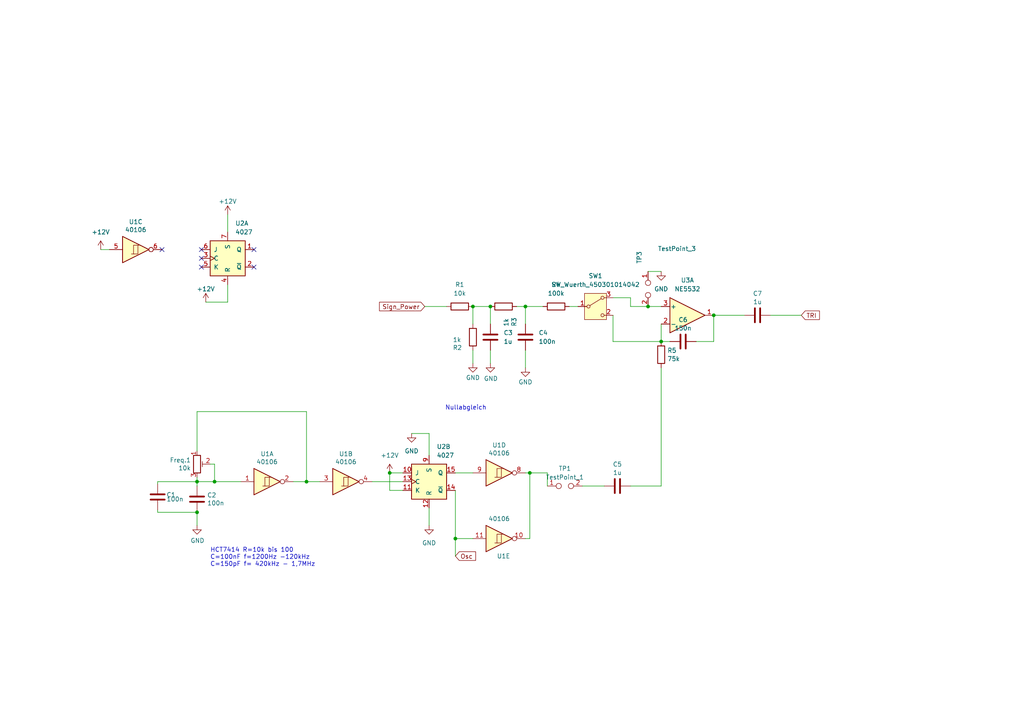
<source format=kicad_sch>
(kicad_sch (version 20231120) (generator "eeschema") (generator_version "8.0")
  (paper "A4")
  (title_block (date "2023-12-16") (rev "2") (comment 1 "Korrekturen "))
  (lib_symbols
    (symbol "4xxx:40106" (pin_names (offset 1.016))
      (property "Reference" "U" (at 0 1.27 0))
      (property "Value" "40106" (at 0 -1.27 0))
      (symbol "40106_1_0"
        (polyline (pts (xy -0.635 -1.27) (xy -0.635 1.27) (xy 0.635 1.27)))
        (polyline (pts (xy -3.81 3.81) (xy -3.81 -3.81) (xy 3.81 0) (xy -3.81 3.81)) (stroke (width 0.254)) (fill (type background)))
        (polyline (pts (xy -1.27 -1.27) (xy 0.635 -1.27) (xy 0.635 1.27) (xy 1.27 1.27)))
        (pin input line (at -7.62 0 0) (length 3.81) (name "~") (number "1"))
        (pin output inverted (at 7.62 0 180) (length 3.81) (name "~") (number "2"))
      )
      (symbol "40106_2_0"
        (polyline (pts (xy -0.635 -1.27) (xy -0.635 1.27) (xy 0.635 1.27)))
        (polyline (pts (xy -3.81 3.81) (xy -3.81 -3.81) (xy 3.81 0) (xy -3.81 3.81)) (stroke (width 0.254)) (fill (type background)))
        (polyline (pts (xy -1.27 -1.27) (xy 0.635 -1.27) (xy 0.635 1.27) (xy 1.27 1.27)))
        (pin input line (at -7.62 0 0) (length 3.81) (name "~") (number "3"))
        (pin output inverted (at 7.62 0 180) (length 3.81) (name "~") (number "4"))
      )
      (symbol "40106_3_0"
        (polyline (pts (xy -0.635 -1.27) (xy -0.635 1.27) (xy 0.635 1.27)))
        (polyline (pts (xy -3.81 3.81) (xy -3.81 -3.81) (xy 3.81 0) (xy -3.81 3.81)) (stroke (width 0.254)) (fill (type background)))
        (polyline (pts (xy -1.27 -1.27) (xy 0.635 -1.27) (xy 0.635 1.27) (xy 1.27 1.27)))
        (pin input line (at -7.62 0 0) (length 3.81) (name "~") (number "5"))
        (pin output inverted (at 7.62 0 180) (length 3.81) (name "~") (number "6"))
      )
      (symbol "40106_4_0"
        (polyline (pts (xy -0.635 -1.27) (xy -0.635 1.27) (xy 0.635 1.27)))
        (polyline (pts (xy -3.81 3.81) (xy -3.81 -3.81) (xy 3.81 0) (xy -3.81 3.81)) (stroke (width 0.254)) (fill (type background)))
        (polyline (pts (xy -1.27 -1.27) (xy 0.635 -1.27) (xy 0.635 1.27) (xy 1.27 1.27)))
        (pin output inverted (at 7.62 0 180) (length 3.81) (name "~") (number "8"))
        (pin input line (at -7.62 0 0) (length 3.81) (name "~") (number "9"))
      )
      (symbol "40106_5_0"
        (polyline (pts (xy -0.635 -1.27) (xy -0.635 1.27) (xy 0.635 1.27)))
        (polyline (pts (xy -3.81 3.81) (xy -3.81 -3.81) (xy 3.81 0) (xy -3.81 3.81)) (stroke (width 0.254)) (fill (type background)))
        (polyline (pts (xy -1.27 -1.27) (xy 0.635 -1.27) (xy 0.635 1.27) (xy 1.27 1.27)))
        (pin output inverted (at 7.62 0 180) (length 3.81) (name "~") (number "10"))
        (pin input line (at -7.62 0 0) (length 3.81) (name "~") (number "11"))
      )
      (symbol "40106_6_0"
        (polyline (pts (xy -0.635 -1.27) (xy -0.635 1.27) (xy 0.635 1.27)))
        (polyline (pts (xy -3.81 3.81) (xy -3.81 -3.81) (xy 3.81 0) (xy -3.81 3.81)) (stroke (width 0.254)) (fill (type background)))
        (polyline (pts (xy -1.27 -1.27) (xy 0.635 -1.27) (xy 0.635 1.27) (xy 1.27 1.27)))
        (pin output inverted (at 7.62 0 180) (length 3.81) (name "~") (number "12"))
        (pin input line (at -7.62 0 0) (length 3.81) (name "~") (number "13"))
      )
      (symbol "40106_7_0"
        (pin power_in line (at 0 12.7 270) (length 5.08) (name "VDD") (number "14"))
        (pin power_in line (at 0 -12.7 90) (length 5.08) (name "VSS") (number "7"))
      )
      (symbol "40106_7_1"
        (rectangle (start -5.08 7.62) (end 5.08 -7.62) (stroke (width 0.254)) (fill (type background)))
      )
    )
    (symbol "4xxx:4027" (pin_names (offset 1.016))
      (property "Reference" "U" (at -7.62 8.89 0))
      (property "Value" "4027" (at -7.62 -8.89 0))
      (symbol "4027_1_1"
        (rectangle (start -5.08 5.08) (end 5.08 -5.08) (stroke (width 0.254)) (fill (type background)))
        (pin output line (at 7.62 2.54 180) (length 2.54) (name "Q") (number "1"))
        (pin output line (at 7.62 -2.54 180) (length 2.54) (name "~{Q}") (number "2"))
        (pin input clock (at -7.62 0 0) (length 2.54) (name "C") (number "3"))
        (pin input line (at 0 -7.62 90) (length 2.54) (name "R") (number "4"))
        (pin input line (at -7.62 -2.54 0) (length 2.54) (name "K") (number "5"))
        (pin input line (at -7.62 2.54 0) (length 2.54) (name "J") (number "6"))
        (pin input line (at 0 7.62 270) (length 2.54) (name "S") (number "7"))
      )
      (symbol "4027_2_1"
        (rectangle (start -5.08 5.08) (end 5.08 -5.08) (stroke (width 0.254)) (fill (type background)))
        (pin input line (at -7.62 2.54 0) (length 2.54) (name "J") (number "10"))
        (pin input line (at -7.62 -2.54 0) (length 2.54) (name "K") (number "11"))
        (pin input line (at 0 -7.62 90) (length 2.54) (name "R") (number "12"))
        (pin input clock (at -7.62 0 0) (length 2.54) (name "C") (number "13"))
        (pin output line (at 7.62 -2.54 180) (length 2.54) (name "~{Q}") (number "14"))
        (pin output line (at 7.62 2.54 180) (length 2.54) (name "Q") (number "15"))
        (pin input line (at 0 7.62 270) (length 2.54) (name "S") (number "9"))
      )
      (symbol "4027_3_0"
        (pin power_in line (at 0 10.16 270) (length 2.54) (name "VDD") (number "16"))
        (pin power_in line (at 0 -10.16 90) (length 2.54) (name "VSS") (number "8"))
      )
      (symbol "4027_3_1"
        (rectangle (start -5.08 7.62) (end 5.08 -7.62) (stroke (width 0.254)) (fill (type background)))
      )
    )
    (symbol "Amplifier_Operational:NE5532" (pin_names (offset 0.127))
      (property "Reference" "U" (at 0 5.08 0))
      (property "Value" "NE5532" (at 0 -5.08 0))
      (symbol "NE5532_1_1"
        (polyline (pts (xy -5.08 5.08) (xy 5.08 0) (xy -5.08 -5.08) (xy -5.08 5.08)) (stroke (width 0.254)) (fill (type background)))
        (pin output line (at 7.62 0 180) (length 2.54) (name "~") (number "1"))
        (pin input line (at -7.62 -2.54 0) (length 2.54) (name "-") (number "2"))
        (pin input line (at -7.62 2.54 0) (length 2.54) (name "+") (number "3"))
      )
      (symbol "NE5532_2_1"
        (polyline (pts (xy -5.08 5.08) (xy 5.08 0) (xy -5.08 -5.08) (xy -5.08 5.08)) (stroke (width 0.254)) (fill (type background)))
        (pin input line (at -7.62 2.54 0) (length 2.54) (name "+") (number "5"))
        (pin input line (at -7.62 -2.54 0) (length 2.54) (name "-") (number "6"))
        (pin output line (at 7.62 0 180) (length 2.54) (name "~") (number "7"))
      )
      (symbol "NE5532_3_1"
        (pin power_in line (at -2.54 -7.62 90) (length 3.81) (name "V-") (number "4"))
        (pin power_in line (at -2.54 7.62 270) (length 3.81) (name "V+") (number "8"))
      )
    )
    (symbol "Connector:TestPoint_2Pole" (pin_names (offset 0.762) hide)
      (property "Reference" "TP" (at 0 1.524 0))
      (property "Value" "TestPoint_2Pole" (at 0 -1.778 0))
      (symbol "TestPoint_2Pole_0_1"
        (circle (center -1.778 0) (radius 0.762))
        (circle (center 1.778 0) (radius 0.762))
        (pin passive line (at -5.08 0 0) (length 2.54) (name "1") (number "1"))
        (pin passive line (at 5.08 0 180) (length 2.54) (name "2") (number "2"))
      )
    )
    (symbol "Device:C" (pin_numbers hide) (pin_names (offset 0.254))
      (property "Reference" "C" (at 0.635 2.54 0))
      (property "Value" "C" (at 0.635 -2.54 0))
      (symbol "C_0_1"
        (polyline (pts (xy -2.032 -0.762) (xy 2.032 -0.762)) (stroke (width 0.508)))
        (polyline (pts (xy -2.032 0.762) (xy 2.032 0.762)) (stroke (width 0.508)))
      )
      (symbol "C_1_1"
        (pin passive line (at 0 3.81 270) (length 2.794) (name "~") (number "1"))
        (pin passive line (at 0 -3.81 90) (length 2.794) (name "~") (number "2"))
      )
    )
    (symbol "Device:R" (pin_numbers hide) (pin_names (offset 0))
      (property "Reference" "R" (at 2.032 0 90))
      (property "Value" "R" (at 0 0 90))
      (symbol "R_0_1"
        (rectangle (start -1.016 -2.54) (end 1.016 2.54) (stroke (width 0.254)))
      )
      (symbol "R_1_1"
        (pin passive line (at 0 3.81 270) (length 1.27) (name "~") (number "1"))
        (pin passive line (at 0 -3.81 90) (length 1.27) (name "~") (number "2"))
      )
    )
    (symbol "HBruecke2-rescue:R_POT_TRIM-Device" (pin_names (offset 1.016) hide)
      (property "Reference" "RV" (at -4.445 0 90))
      (property "Value" "Device_R_POT_TRIM" (at -2.54 0 90))
      (symbol "R_POT_TRIM-Device_0_1"
        (polyline (pts (xy 1.524 0.762) (xy 1.524 -0.762)))
        (polyline (pts (xy 2.54 0) (xy 1.524 0)))
        (rectangle (start 1.016 2.54) (end -1.016 -2.54) (stroke (width 0.254)))
      )
      (symbol "R_POT_TRIM-Device_1_1"
        (pin passive line (at 0 3.81 270) (length 1.27) (name "1") (number "1"))
        (pin passive line (at 3.81 0 180) (length 1.27) (name "2") (number "2"))
        (pin passive line (at 0 -3.81 90) (length 1.27) (name "3") (number "3"))
      )
    )
    (symbol "Switch:SW_Wuerth_450301014042" (pin_names (offset 1) hide)
      (property "Reference" "SW" (at 0 5.08 0))
      (property "Value" "SW_Wuerth_450301014042" (at 0 -5.08 0))
      (symbol "SW_Wuerth_450301014042_0_1"
        (circle (center -2.032 0) (radius 0.4572))
        (polyline (pts (xy -1.651 0.254) (xy 1.651 2.286)))
        (circle (center 2.032 -2.54) (radius 0.4572))
        (circle (center 2.032 2.54) (radius 0.4572))
      )
      (symbol "SW_Wuerth_450301014042_1_1"
        (rectangle (start -3.175 3.81) (end 3.175 -3.81) (fill (type background)))
        (pin passive line (at -5.08 0 0) (length 2.54) (name "B") (number "1"))
        (pin passive line (at 5.08 -2.54 180) (length 2.54) (name "C") (number "2"))
        (pin passive line (at 5.08 2.54 180) (length 2.54) (name "A") (number "3"))
      )
    )
    (symbol "power:+12V" (power) (pin_names (offset 0))
      (property "Value" "+12V" (at 0 3.556 0))
      (symbol "+12V_0_1"
        (polyline (pts (xy -0.762 1.27) (xy 0 2.54)))
        (polyline (pts (xy 0 0) (xy 0 2.54)))
        (polyline (pts (xy 0 2.54) (xy 0.762 1.27)))
      )
      (symbol "+12V_1_1"
        (pin power_in line (at 0 0 90) (length 0) hide (name "+12V") (number "1"))
      )
    )
    (symbol "power:GND" (power) (pin_names (offset 0))
      (property "Value" "GND" (at 0 -3.81 0))
      (symbol "GND_0_1"
        (polyline (pts (xy 0 0) (xy 0 -1.27) (xy 1.27 -1.27) (xy 0 -2.54) (xy -1.27 -1.27) (xy 0 -1.27)))
      )
      (symbol "GND_1_1"
        (pin power_in line (at 0 0 270) (length 0) hide (name "GND") (number "1"))
      )
    )
  )
  (junction (at 57.15 148.59))
  (junction (at 152.4 88.9))
  (junction (at 88.9 139.7))
  (junction (at 142.24 88.9))
  (junction (at 132.08 156.21))
  (junction (at 153.67 137.16))
  (junction (at 137.16 88.9))
  (junction (at 191.77 99.06))
  (junction (at 62.23 139.7))
  (junction (at 187.96 88.9))
  (junction (at 207.01 91.44))
  (junction (at 57.15 139.7))
  (junction (at 113.03 137.16))
  (no_connect (at 46.99 72.39))
  (no_connect (at 73.66 72.39))
  (no_connect (at 58.42 74.93))
  (no_connect (at 73.66 77.47))
  (no_connect (at 58.42 72.39))
  (no_connect (at 58.42 77.47))
  (wire (pts (xy 142.24 88.9) (xy 142.24 93.98)))
  (wire (pts (xy 66.04 87.63) (xy 66.04 82.55)))
  (wire (pts (xy 152.4 88.9) (xy 149.86 88.9)))
  (wire (pts (xy 57.15 140.97) (xy 57.15 139.7)))
  (wire (pts (xy 57.15 119.38) (xy 57.15 130.81)))
  (wire (pts (xy 132.08 142.24) (xy 132.08 156.21)))
  (wire (pts (xy 142.24 101.6) (xy 142.24 105.41)))
  (wire (pts (xy 177.8 86.36) (xy 182.88 86.36)))
  (wire (pts (xy 124.46 132.08) (xy 124.46 125.73)))
  (wire (pts (xy 116.84 137.16) (xy 113.03 137.16)))
  (wire (pts (xy 124.46 147.32) (xy 124.46 152.4)))
  (wire (pts (xy 45.72 148.59) (xy 45.72 147.955)))
  (wire (pts (xy 165.1 88.9) (xy 167.64 88.9)))
  (wire (pts (xy 113.03 137.16) (xy 113.03 142.24)))
  (wire (pts (xy 152.4 93.98) (xy 152.4 88.9)))
  (wire (pts (xy 152.4 88.9) (xy 157.48 88.9)))
  (wire (pts (xy 177.8 99.06) (xy 191.77 99.06)))
  (wire (pts (xy 59.69 87.63) (xy 66.04 87.63)))
  (wire (pts (xy 137.16 101.6) (xy 137.16 105.41)))
  (wire (pts (xy 158.75 137.16) (xy 158.75 140.97)))
  (wire (pts (xy 62.23 134.62) (xy 62.23 139.7)))
  (wire (pts (xy 57.15 139.7) (xy 62.23 139.7)))
  (wire (pts (xy 194.31 99.06) (xy 191.77 99.06)))
  (wire (pts (xy 187.96 88.9) (xy 191.77 88.9)))
  (wire (pts (xy 182.88 88.9) (xy 187.96 88.9)))
  (wire (pts (xy 152.4 156.21) (xy 153.67 156.21)))
  (wire (pts (xy 152.4 101.6) (xy 152.4 106.68)))
  (wire (pts (xy 85.09 139.7) (xy 88.9 139.7)))
  (wire (pts (xy 132.08 156.21) (xy 132.08 161.29)))
  (wire (pts (xy 132.08 156.21) (xy 137.16 156.21)))
  (wire (pts (xy 45.72 140.335) (xy 45.72 139.7)))
  (wire (pts (xy 123.19 88.9) (xy 129.54 88.9)))
  (wire (pts (xy 107.95 139.7) (xy 116.84 139.7)))
  (wire (pts (xy 60.96 134.62) (xy 62.23 134.62)))
  (wire (pts (xy 153.67 137.16) (xy 153.67 156.21)))
  (wire (pts (xy 88.9 119.38) (xy 57.15 119.38)))
  (wire (pts (xy 137.16 88.9) (xy 142.24 88.9)))
  (wire (pts (xy 132.08 137.16) (xy 137.16 137.16)))
  (wire (pts (xy 88.9 139.7) (xy 92.71 139.7)))
  (wire (pts (xy 223.52 91.44) (xy 232.41 91.44)))
  (wire (pts (xy 168.91 140.97) (xy 175.26 140.97)))
  (wire (pts (xy 45.72 139.7) (xy 57.15 139.7)))
  (wire (pts (xy 113.03 142.24) (xy 116.84 142.24)))
  (wire (pts (xy 137.16 88.9) (xy 137.16 93.98)))
  (wire (pts (xy 62.23 139.7) (xy 69.85 139.7)))
  (wire (pts (xy 66.04 62.23) (xy 66.04 67.31)))
  (wire (pts (xy 152.4 137.16) (xy 153.67 137.16)))
  (wire (pts (xy 124.46 125.73) (xy 119.38 125.73)))
  (wire (pts (xy 207.01 99.06) (xy 201.93 99.06)))
  (wire (pts (xy 182.88 86.36) (xy 182.88 88.9)))
  (wire (pts (xy 57.15 139.7) (xy 57.15 138.43)))
  (wire (pts (xy 191.77 106.68) (xy 191.77 140.97)))
  (wire (pts (xy 182.88 140.97) (xy 191.77 140.97)))
  (wire (pts (xy 57.15 152.4) (xy 57.15 148.59)))
  (wire (pts (xy 191.77 93.98) (xy 191.77 99.06)))
  (wire (pts (xy 207.01 91.44) (xy 207.01 99.06)))
  (wire (pts (xy 207.01 91.44) (xy 215.9 91.44)))
  (wire (pts (xy 187.96 78.74) (xy 191.77 78.74)))
  (wire (pts (xy 29.21 72.39) (xy 31.75 72.39)))
  (wire (pts (xy 88.9 139.7) (xy 88.9 119.38)))
  (wire (pts (xy 153.67 137.16) (xy 158.75 137.16)))
  (wire (pts (xy 177.8 99.06) (xy 177.8 91.44)))
  (wire (pts (xy 45.72 148.59) (xy 57.15 148.59)))
  (text "Nullabgleich\n" (at 135.128 118.364 0) (effects (font (size 1.27 1.27))))
  (text "HCT7414 R=10k bis 100\nC=100nF f=1200Hz -120kHz\nC=150pF f= 420kHz - 1,7MHz" (at 60.96 164.465 0) (effects (font (size 1.27 1.27)) (justify left bottom)))
  (global_label "Osc" (shape input) (at 132.08 161.29 0) (property "Intersheetrefs" "${INTERSHEET_REFS}" (effects (hide yes))))
  (global_label "TRI" (shape input) (at 232.41 91.44 0) (property "Intersheetrefs" "${INTERSHEET_REFS}" (effects (hide yes))))
  (global_label "Sign_Power" (shape input) (at 123.19 88.9 180) (property "Intersheetrefs" "${INTERSHEET_REFS}" (effects (hide yes))))
  (symbol (lib_id "power:+12V") (at 66.04 62.23 0) (unit 1)
    (property "Reference" "#PWR04" (effects (hide yes)))
    (property "Value" "+12V" (at 66.04 58.42 0))
  )
  (symbol (lib_id "Device:R") (at 133.35 88.9 270) (unit 1)
    (property "Reference" "R1" (at 133.35 82.55 90))
    (property "Value" "10k" (at 133.35 85.09 90))
    (property "Footprint" "Resistor_SMD:R_0805_2012Metric_Pad1.20x1.40mm_HandSolder" (effects (hide yes)))
  )
  (symbol (lib_id "Connector:TestPoint_2Pole") (at 187.96 83.82 270) (unit 1)
    (property "Reference" "TP3" (at 185.42 74.676 0))
    (property "Value" "TestPoint_3" (at 196.342 72.136 90))
    (property "Footprint" "Connector_PinHeader_2.54mm:PinHeader_1x02_P2.54mm_Vertical" (effects (hide yes)))
  )
  (symbol (lib_id "power:GND") (at 57.15 152.4 0) (unit 1)
    (property "Reference" "#PWR01" (effects (hide yes)))
    (property "Value" "GND" (at 57.277 156.7942 0))
    (instances (project "HBruecke2" (path "" (reference "#PWR01") (unit 1))) (project "OP-D-Amp" (path "" (reference "#PWR02") (unit 1))))
  )
  (symbol (lib_id "Device:C") (at 57.15 144.78 0) (unit 1)
    (property "Reference" "C2" (at 60.071 143.6116 0) (effects (justify left)))
    (property "Value" "100n" (at 60.071 145.923 0) (effects (justify left)))
    (property "Footprint" "Capacitor_SMD:C_0805_2012Metric_Pad1.18x1.45mm_HandSolder" (effects (hide yes)))
    (property "Sim.Device" "C" (effects (hide yes)))
    (property "Sim.Pins" "1=+ 2=-" (effects (hide yes)))
  )
  (symbol (lib_id "Switch:SW_Wuerth_450301014042") (at 172.72 88.9 0) (unit 1)
    (property "Reference" "SW1" (at 172.72 80.01 0))
    (property "Value" "SW_Wuerth_450301014042" (at 172.72 82.55 0))
    (property "Footprint" "Button_Switch_THT:SW_Slide-03_Wuerth-WS-SLTV_10x2.5x6.4_P2.54mm" (effects (hide yes)))
    (property "Datasheet" "https://www.we-online.com/components/products/datasheet/450301014042.pdf" (effects (hide yes)))
    (property "Description" "Switch slide, single pole double throw" (effects (hide yes)))
  )
  (symbol (lib_id "4xxx:40106") (at 144.78 156.21 0) (unit 5)
    (property "Reference" "U1" (at 146.05 161.29 0))
    (property "Value" "40106" (at 144.78 150.4696 0))
    (property "Footprint" "Package_SO:SO-14_3.9x8.65mm_P1.27mm" (effects (hide yes)))
    (property "Datasheet" "https://assets.nexperia.com/documents/data-sheet/HEF40106B.pdf" (effects (hide yes)))
  )
  (symbol (lib_id "Device:R") (at 146.05 88.9 90) (unit 1)
    (property "Reference" "R3" (at 149.098 94.742 0) (effects (justify left)))
    (property "Value" "1k" (at 146.812 94.742 0) (effects (justify left)))
    (property "Footprint" "Resistor_SMD:R_0805_2012Metric_Pad1.20x1.40mm_HandSolder" (effects (hide yes)))
  )
  (symbol (lib_id "Connector:TestPoint_2Pole") (at 163.83 140.97 0) (unit 1)
    (property "Reference" "TP1" (at 163.83 135.89 0))
    (property "Value" "TestPoint_1" (at 163.83 138.43 0))
    (property "Footprint" "Connector_PinHeader_2.54mm:PinHeader_1x02_P2.54mm_Vertical" (effects (hide yes)))
  )
  (symbol (lib_id "Device:C") (at 219.71 91.44 90) (unit 1)
    (property "Reference" "C7" (at 219.71 85.1367 90))
    (property "Value" "1u" (at 219.71 87.5609 90))
    (property "Footprint" "Capacitor_THT:C_Axial_L3.8mm_D2.6mm_P7.50mm_Horizontal" (effects (hide yes)))
  )
  (symbol (lib_id "power:+12V") (at 59.69 87.63 0) (unit 1)
    (property "Reference" "#PWR03" (effects (hide yes)))
    (property "Value" "+12V" (at 59.69 83.82 0))
  )
  (symbol (lib_id "Device:C") (at 198.12 99.06 90) (unit 1)
    (property "Reference" "C6" (at 198.12 92.7567 90))
    (property "Value" "150n" (at 198.12 95.1809 90))
    (property "Footprint" "Capacitor_THT:C_Axial_L3.8mm_D2.6mm_P7.50mm_Horizontal" (effects (hide yes)))
  )
  (symbol (lib_id "power:GND") (at 119.38 125.73 0) (unit 1)
    (property "Reference" "#PWR06" (effects (hide yes)))
    (property "Value" "GND" (at 119.38 130.81 0))
  )
  (symbol (lib_id "4xxx:4027") (at 124.46 139.7 0) (unit 2)
    (property "Reference" "U2" (at 126.6541 129.54 0) (effects (justify left)))
    (property "Value" "4027" (at 126.6541 132.08 0) (effects (justify left)))
    (property "Footprint" "Package_SO:SOIC-16_3.9x9.9mm_P1.27mm" (effects (hide yes)))
    (property "Datasheet" "http://www.intersil.com/content/dam/Intersil/documents/cd40/cd4027bms.pdf" (effects (hide yes)))
  )
  (symbol (lib_id "power:GND") (at 191.77 78.74 0) (unit 1)
    (property "Reference" "#PWR011" (effects (hide yes)))
    (property "Value" "GND" (at 191.77 83.82 0))
  )
  (symbol (lib_id "power:+12V") (at 113.03 137.16 0) (unit 1)
    (property "Reference" "#PWR05" (effects (hide yes)))
    (property "Value" "+12V" (at 113.03 132.08 0))
  )
  (symbol (lib_id "Device:C") (at 45.72 144.145 0) (unit 1)
    (property "Reference" "C1" (at 48.26 143.51 0) (effects (justify left)))
    (property "Value" "100n" (at 48.26 144.78 0) (effects (justify left)))
    (property "Footprint" "Capacitor_THT:C_Axial_L3.8mm_D2.6mm_P7.50mm_Horizontal" (effects (hide yes)))
  )
  (symbol (lib_id "power:GND") (at 124.46 152.4 0) (unit 1)
    (property "Reference" "#PWR07" (effects (hide yes)))
    (property "Value" "GND" (at 124.46 157.48 0))
  )
  (symbol (lib_id "Amplifier_Operational:NE5532") (at 199.39 91.44 0) (unit 1)
    (property "Reference" "U3" (at 199.39 81.28 0))
    (property "Value" "NE5532" (at 199.39 83.82 0))
    (property "Footprint" "Package_SO:SOP-8_3.76x4.96mm_P1.27mm" (effects (hide yes)))
    (property "Datasheet" "http://www.ti.com/lit/ds/symlink/ne5532.pdf" (effects (hide yes)))
  )
  (symbol (lib_id "4xxx:40106") (at 39.37 72.39 0) (unit 3)
    (property "Reference" "U1" (at 39.37 64.3382 0))
    (property "Value" "40106" (at 39.37 66.6496 0))
    (property "Footprint" "Package_SO:SO-14_3.9x8.65mm_P1.27mm" (effects (hide yes)))
    (property "Datasheet" "https://assets.nexperia.com/documents/data-sheet/HEF40106B.pdf" (effects (hide yes)))
  )
  (symbol (lib_id "power:+12V") (at 29.21 72.39 0) (unit 1)
    (property "Reference" "#PWR01" (effects (hide yes)))
    (property "Value" "+12V" (at 29.21 67.31 0))
  )
  (symbol (lib_id "Device:C") (at 142.24 97.79 0) (unit 1)
    (property "Reference" "C3" (at 146.05 96.5199 0) (effects (justify left)))
    (property "Value" "1u" (at 146.05 99.0599 0) (effects (justify left)))
    (property "Footprint" "Capacitor_SMD:C_0805_2012Metric_Pad1.18x1.45mm_HandSolder" (effects (hide yes)))
  )
  (symbol (lib_id "Device:C") (at 179.07 140.97 90) (unit 1)
    (property "Reference" "C5" (at 179.07 134.6667 90))
    (property "Value" "1u" (at 179.07 137.0909 90))
    (property "Footprint" "Capacitor_THT:C_Axial_L3.8mm_D2.6mm_P7.50mm_Horizontal" (effects (hide yes)))
  )
  (symbol (lib_id "Device:R") (at 191.77 102.87 0) (unit 1)
    (property "Reference" "R5" (at 193.548 101.6579 0) (effects (justify left)))
    (property "Value" "75k" (at 193.548 104.0821 0) (effects (justify left)))
    (property "Footprint" "Resistor_SMD:R_0805_2012Metric_Pad1.20x1.40mm_HandSolder" (effects (hide yes)))
  )
  (symbol (lib_id "power:GND") (at 152.4 106.68 0) (unit 1)
    (property "Reference" "#PWR010" (effects (hide yes)))
    (property "Value" "GND" (at 152.4 110.8131 0))
  )
  (symbol (lib_id "Device:R") (at 161.29 88.9 90) (unit 1)
    (property "Reference" "R4" (at 161.29 82.55 90))
    (property "Value" "100k" (at 161.29 85.09 90))
    (property "Footprint" "Resistor_SMD:R_0805_2012Metric_Pad1.20x1.40mm_HandSolder" (effects (hide yes)))
  )
  (symbol (lib_id "4xxx:40106") (at 100.33 139.7 0) (unit 2)
    (property "Reference" "U1" (at 100.33 131.6482 0))
    (property "Value" "40106" (at 100.33 133.9596 0))
    (property "Footprint" "Package_SO:SO-14_3.9x8.65mm_P1.27mm" (effects (hide yes)))
    (property "Datasheet" "https://assets.nexperia.com/documents/data-sheet/HEF40106B.pdf" (effects (hide yes)))
  )
  (symbol (lib_id "HBruecke2-rescue:R_POT_TRIM-Device") (at 57.15 134.62 0) (unit 1)
    (property "Reference" "Freq.1" (at 55.372 133.4516 0) (effects (justify right)))
    (property "Value" "10k" (at 55.372 135.763 0) (effects (justify right)))
    (property "Footprint" "Potentiometer_THT:Potentiometer_Bourns_3296W_Vertical" (effects (hide yes)))
    (property "Sim.Device" "R" (effects (hide yes)))
    (property "Sim.Pins" "1=+ 2=-" (effects (hide yes)))
    (property "Sim.Params" "r=\"\"" (effects (hide yes)))
  )
  (symbol (lib_id "4xxx:40106") (at 77.47 139.7 0) (unit 1)
    (property "Reference" "U1" (at 77.47 131.6482 0))
    (property "Value" "40106" (at 77.47 133.9596 0))
    (property "Footprint" "Package_SO:SO-14_3.9x8.65mm_P1.27mm" (effects (hide yes)))
    (property "Datasheet" "https://assets.nexperia.com/documents/data-sheet/HEF40106B.pdf" (effects (hide yes)))
  )
  (symbol (lib_id "power:GND") (at 142.24 105.41 0) (unit 1)
    (property "Reference" "#PWR09" (effects (hide yes)))
    (property "Value" "GND" (at 142.367 109.8042 0))
  )
  (symbol (lib_id "4xxx:40106") (at 144.78 137.16 0) (unit 4)
    (property "Reference" "U1" (at 144.78 129.1082 0))
    (property "Value" "40106" (at 144.78 131.4196 0))
    (property "Footprint" "Package_SO:SO-14_3.9x8.65mm_P1.27mm" (effects (hide yes)))
    (property "Datasheet" "https://assets.nexperia.com/documents/data-sheet/HEF40106B.pdf" (effects (hide yes)))
  )
  (symbol (lib_id "power:GND") (at 137.16 105.41 0) (unit 1)
    (property "Reference" "#PWR08" (effects (hide yes)))
    (property "Value" "GND" (at 137.16 109.5431 0))
  )
  (symbol (lib_id "4xxx:4027") (at 66.04 74.93 0) (unit 1)
    (property "Reference" "U2" (at 68.2341 64.77 0) (effects (justify left)))
    (property "Value" "4027" (at 68.2341 67.31 0) (effects (justify left)))
    (property "Footprint" "Package_SO:SOIC-16_3.9x9.9mm_P1.27mm" (effects (hide yes)))
    (property "Datasheet" "http://www.intersil.com/content/dam/Intersil/documents/cd40/cd4027bms.pdf" (effects (hide yes)))
  )
  (symbol (lib_id "Device:C") (at 152.4 97.79 180) (unit 1)
    (property "Reference" "C4" (at 156.21 96.5199 0) (effects (justify right)))
    (property "Value" "100n" (at 156.21 99.0599 0) (effects (justify right)))
    (property "Footprint" "Capacitor_SMD:C_0805_2012Metric_Pad1.18x1.45mm_HandSolder" (effects (hide yes)))
  )
  (symbol (lib_id "Device:R") (at 137.16 97.79 0) (unit 1)
    (property "Reference" "R2" (at 131.318 100.838 0) (effects (justify left)))
    (property "Value" "1k" (at 131.318 98.552 0) (effects (justify left)))
    (property "Footprint" "Resistor_SMD:R_0805_2012Metric_Pad1.20x1.40mm_HandSolder" (effects (hide yes)))
  )
)
</source>
